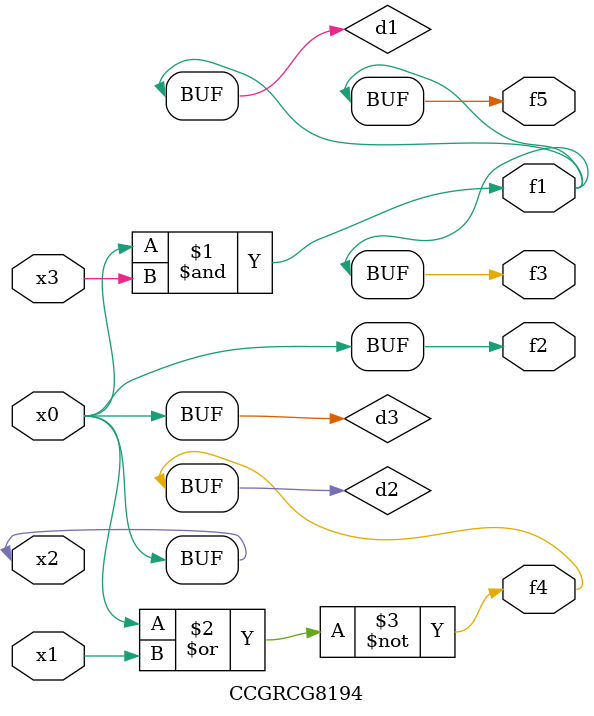
<source format=v>
module CCGRCG8194(
	input x0, x1, x2, x3,
	output f1, f2, f3, f4, f5
);

	wire d1, d2, d3;

	and (d1, x2, x3);
	nor (d2, x0, x1);
	buf (d3, x0, x2);
	assign f1 = d1;
	assign f2 = d3;
	assign f3 = d1;
	assign f4 = d2;
	assign f5 = d1;
endmodule

</source>
